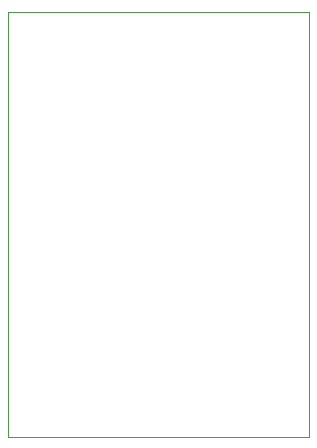
<source format=gbr>
%TF.GenerationSoftware,KiCad,Pcbnew,7.0.7*%
%TF.CreationDate,2024-02-03T00:12:55+01:00*%
%TF.ProjectId,keerlusRelais,6b656572-6c75-4735-9265-6c6169732e6b,rev?*%
%TF.SameCoordinates,Original*%
%TF.FileFunction,Profile,NP*%
%FSLAX46Y46*%
G04 Gerber Fmt 4.6, Leading zero omitted, Abs format (unit mm)*
G04 Created by KiCad (PCBNEW 7.0.7) date 2024-02-03 00:12:55*
%MOMM*%
%LPD*%
G01*
G04 APERTURE LIST*
%TA.AperFunction,Profile*%
%ADD10C,0.100000*%
%TD*%
G04 APERTURE END LIST*
D10*
X169000000Y-55500000D02*
X194500000Y-55500000D01*
X194500000Y-91500000D01*
X169000000Y-91500000D01*
X169000000Y-55500000D01*
M02*

</source>
